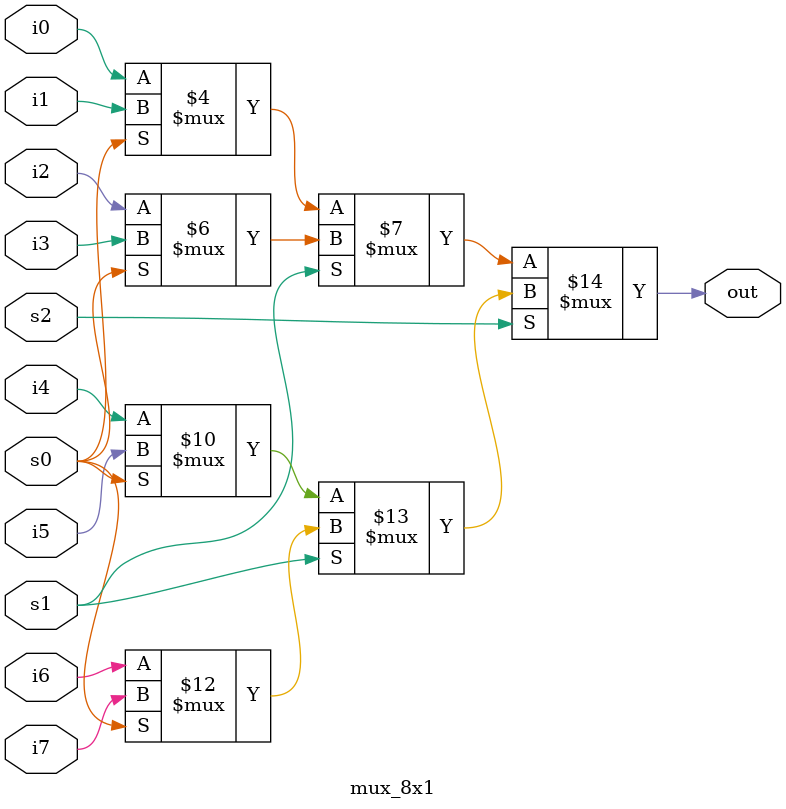
<source format=v>
module mux_8x1(out, i0, i1, i2, i3, i4, i5, i6, i7, s0, s1, s2);
output out; 
input i0, i1, i2, i3, i4, i5, i6, i7, s0, s1, s2;

assign out = (s2 == 0) ? ((s1 == 0) ? ((s0 == 0) ? i0 : i1) : ((s0 == 0) ? i2 : i3)) : ((s1 == 0) ? ((s0 == 0) ? i4 : i5) : ((s0 == 0) ? i6 : i7)); 
endmodule

</source>
